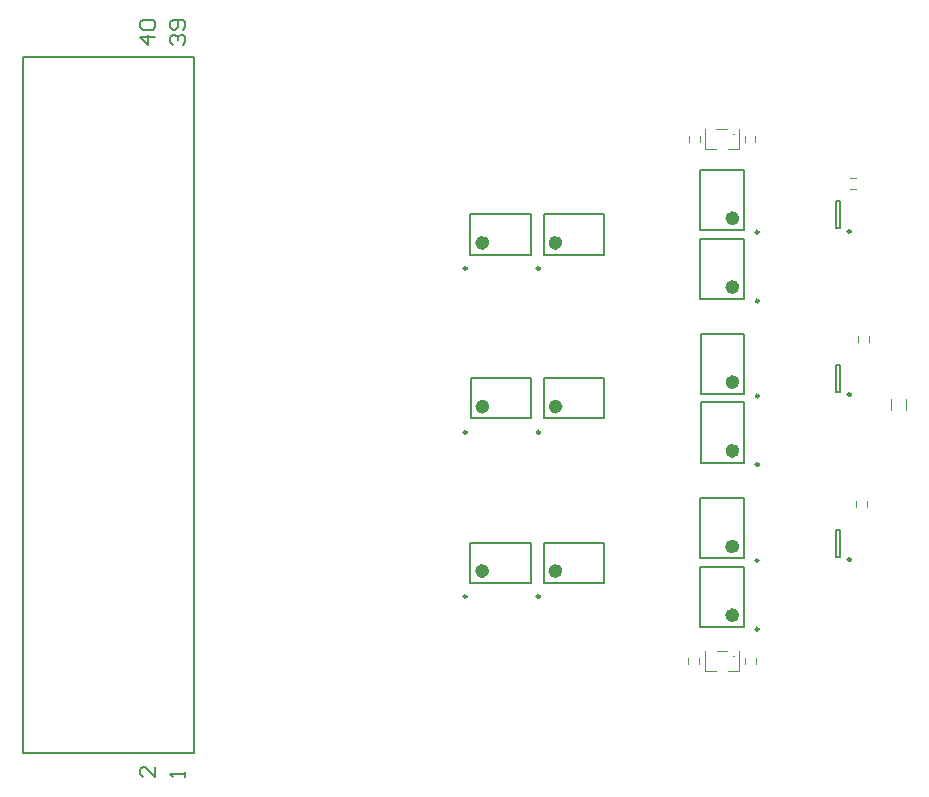
<source format=gto>
G04 Layer_Color=65535*
%FSAX24Y24*%
%MOIN*%
G70*
G01*
G75*
%ADD18C,0.0080*%
%ADD27C,0.0098*%
%ADD28C,0.0236*%
%ADD29C,0.0079*%
%ADD30C,0.0039*%
D18*
X015250Y017944D02*
Y017610D01*
X014917Y017944D01*
X014833D01*
X014750Y017860D01*
Y017694D01*
X014833Y017610D01*
X015250Y042260D02*
X014750D01*
X015000Y042010D01*
Y042344D01*
X014833Y042510D02*
X014750Y042593D01*
Y042760D01*
X014833Y042843D01*
X015167D01*
X015250Y042760D01*
Y042593D01*
X015167Y042510D01*
X014833D01*
X016250Y017610D02*
Y017777D01*
Y017694D01*
X015750D01*
X015833Y017610D01*
Y042010D02*
X015750Y042094D01*
Y042260D01*
X015833Y042344D01*
X015917D01*
X016000Y042260D01*
Y042177D01*
Y042260D01*
X016083Y042344D01*
X016167D01*
X016250Y042260D01*
Y042094D01*
X016167Y042010D01*
Y042510D02*
X016250Y042593D01*
Y042760D01*
X016167Y042843D01*
X015833D01*
X015750Y042760D01*
Y042593D01*
X015833Y042510D01*
X015917D01*
X016000Y042593D01*
Y042843D01*
D27*
X038433Y035789D02*
G03*
X038433Y035789I-000049J000000D01*
G01*
Y024849D02*
G03*
X038433Y024849I-000049J000000D01*
G01*
Y030349D02*
G03*
X038433Y030349I-000049J000000D01*
G01*
X025628Y034555D02*
G03*
X025628Y034555I-000049J000000D01*
G01*
X025631Y029095D02*
G03*
X025631Y029095I-000049J000000D01*
G01*
X025624Y023615D02*
G03*
X025624Y023615I-000049J000000D01*
G01*
X028068Y034555D02*
G03*
X028068Y034555I-000049J000000D01*
G01*
X028071Y029095D02*
G03*
X028071Y029095I-000049J000000D01*
G01*
X028064Y023615D02*
G03*
X028064Y023615I-000049J000000D01*
G01*
X035361Y033474D02*
G03*
X035361Y033474I-000049J000000D01*
G01*
X035364Y028014D02*
G03*
X035364Y028014I-000049J000000D01*
G01*
X035356Y022534D02*
G03*
X035356Y022534I-000049J000000D01*
G01*
X035361Y035764D02*
G03*
X035361Y035764I-000049J000000D01*
G01*
X035364Y030304D02*
G03*
X035364Y030304I-000049J000000D01*
G01*
X035356Y024824D02*
G03*
X035356Y024824I-000049J000000D01*
G01*
D28*
X026268Y035411D02*
G03*
X026268Y035411I-000118J000000D01*
G01*
X026271Y029951D02*
G03*
X026271Y029951I-000118J000000D01*
G01*
X026263Y024471D02*
G03*
X026263Y024471I-000118J000000D01*
G01*
X028708Y035411D02*
G03*
X028708Y035411I-000118J000000D01*
G01*
X028711Y029951D02*
G03*
X028711Y029951I-000118J000000D01*
G01*
X028703Y024471D02*
G03*
X028703Y024471I-000118J000000D01*
G01*
X034603Y033937D02*
G03*
X034603Y033937I-000118J000000D01*
G01*
X034606Y028477D02*
G03*
X034606Y028477I-000118J000000D01*
G01*
X034598Y022997D02*
G03*
X034598Y022997I-000118J000000D01*
G01*
X034603Y036227D02*
G03*
X034603Y036227I-000118J000000D01*
G01*
X034606Y030767D02*
G03*
X034606Y030767I-000118J000000D01*
G01*
X034598Y025287D02*
G03*
X034598Y025287I-000118J000000D01*
G01*
D29*
X034553Y021622D02*
G03*
X034553Y021622I-000020J000000D01*
G01*
X034543Y039027D02*
G03*
X034543Y039027I-000020J000000D01*
G01*
X037951Y035887D02*
X038069D01*
X037951Y036793D02*
X038069D01*
Y035887D02*
Y036793D01*
X037951Y035887D02*
Y036793D01*
Y024947D02*
X038069D01*
X037951Y025853D02*
X038069D01*
Y024947D02*
Y025853D01*
X037951Y024947D02*
Y025853D01*
Y030447D02*
X038069D01*
X037951Y031353D02*
X038069D01*
Y030447D02*
Y031353D01*
X037951Y030447D02*
Y031353D01*
X025756Y035018D02*
Y036356D01*
X027764D01*
X025756Y035018D02*
X027764D01*
Y036356D01*
X025759Y029558D02*
Y030896D01*
X027767D01*
X025759Y029558D02*
X027767D01*
Y030896D01*
X027760Y024078D02*
Y025416D01*
X025752D02*
X027760D01*
X025752Y024078D02*
X027760D01*
X025752D02*
Y025416D01*
X028196Y035018D02*
Y036356D01*
X030204D01*
X028196Y035018D02*
X030204D01*
Y036356D01*
X028199Y029558D02*
Y030896D01*
X030207D01*
X028199Y029558D02*
X030207D01*
Y030896D01*
X030200Y024078D02*
Y025416D01*
X028192D02*
X030200D01*
X028192Y024078D02*
X030200D01*
X028192D02*
Y025416D01*
X033422Y033543D02*
Y035551D01*
X034878Y033543D02*
Y035551D01*
X033422D02*
X034878D01*
X033422Y033543D02*
X034878D01*
X033425Y028083D02*
Y030091D01*
X034881Y028083D02*
Y030091D01*
X033425D02*
X034881D01*
X033425Y028083D02*
X034881D01*
X034874Y022603D02*
Y024611D01*
X033417Y022603D02*
X034874D01*
X033417Y024611D02*
X034874D01*
X033417Y022603D02*
Y024611D01*
X033422Y035833D02*
Y037841D01*
X034878Y035833D02*
Y037841D01*
X033422D02*
X034878D01*
X033422Y035833D02*
X034878D01*
X033425Y030373D02*
Y032381D01*
X034881Y030373D02*
Y032381D01*
X033425D02*
X034881D01*
X033425Y030373D02*
X034881D01*
X034874Y024893D02*
Y026901D01*
X033417Y024893D02*
X034874D01*
X033417Y026901D02*
X034874D01*
X033417Y024893D02*
Y026901D01*
X010850Y018410D02*
Y041610D01*
Y018410D02*
X016550D01*
X010850Y041610D02*
X016550D01*
Y018410D02*
Y041610D01*
D30*
X038603Y026612D02*
Y026808D01*
X038957Y026612D02*
Y026808D01*
X038683Y032092D02*
Y032288D01*
X039037Y032092D02*
Y032288D01*
X038402Y037203D02*
X038598D01*
X038402Y037557D02*
X038598D01*
X034923Y021366D02*
Y021563D01*
X035277Y021366D02*
Y021563D01*
X034893Y038772D02*
Y038968D01*
X035247Y038772D02*
Y038968D01*
X033043Y038772D02*
Y038968D01*
X033397Y038772D02*
Y038968D01*
X033023Y021366D02*
Y021563D01*
X033377Y021366D02*
Y021563D01*
X039764Y029833D02*
Y030187D01*
X040276Y029833D02*
Y030187D01*
X034337Y021130D02*
X034711D01*
X033569D02*
X033943D01*
X033963Y021799D02*
X034317Y021799D01*
X034711Y021130D02*
Y021799D01*
X033569Y021130D02*
Y021799D01*
X034327Y038535D02*
X034701D01*
X033559D02*
X033933D01*
X033953Y039205D02*
X034307Y039205D01*
X034701Y038535D02*
Y039205D01*
X033559Y038535D02*
Y039205D01*
M02*

</source>
